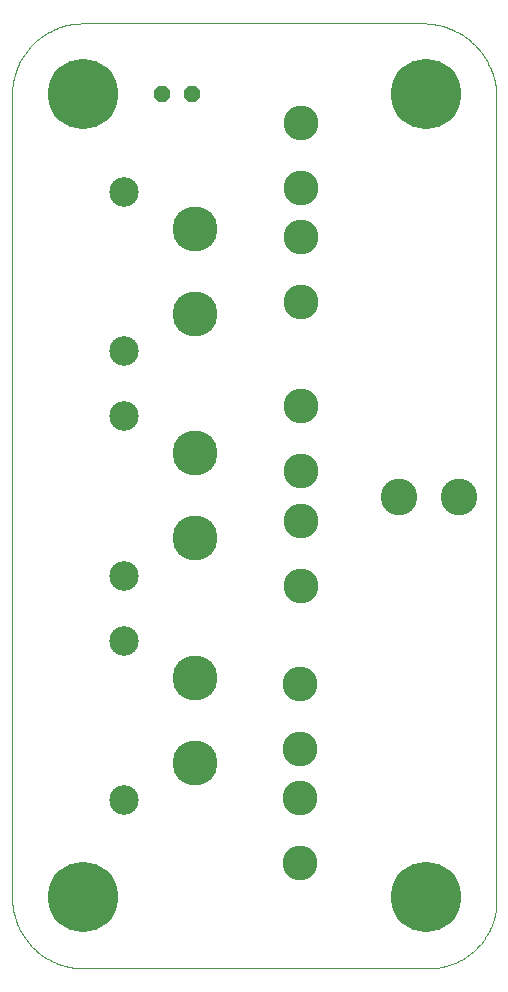
<source format=gbs>
G75*
%MOIN*%
%OFA0B0*%
%FSLAX25Y25*%
%IPPOS*%
%LPD*%
%AMOC8*
5,1,8,0,0,1.08239X$1,22.5*
%
%ADD10C,0.00000*%
%ADD11OC8,0.05200*%
%ADD12C,0.11620*%
%ADD13C,0.23400*%
%ADD14C,0.12211*%
%ADD15C,0.09849*%
%ADD16C,0.15030*%
D10*
X0001500Y0025122D02*
X0001500Y0292839D01*
X0001507Y0293410D01*
X0001528Y0293980D01*
X0001562Y0294550D01*
X0001610Y0295119D01*
X0001672Y0295686D01*
X0001748Y0296252D01*
X0001837Y0296816D01*
X0001940Y0297377D01*
X0002057Y0297936D01*
X0002186Y0298492D01*
X0002330Y0299045D01*
X0002486Y0299594D01*
X0002656Y0300139D01*
X0002839Y0300679D01*
X0003035Y0301215D01*
X0003244Y0301747D01*
X0003466Y0302273D01*
X0003700Y0302793D01*
X0003947Y0303308D01*
X0004206Y0303817D01*
X0004477Y0304319D01*
X0004761Y0304814D01*
X0005056Y0305303D01*
X0005363Y0305784D01*
X0005681Y0306258D01*
X0006011Y0306724D01*
X0006352Y0307181D01*
X0006705Y0307631D01*
X0007067Y0308071D01*
X0007441Y0308503D01*
X0007824Y0308926D01*
X0008218Y0309339D01*
X0008622Y0309743D01*
X0009035Y0310137D01*
X0009458Y0310520D01*
X0009890Y0310894D01*
X0010330Y0311256D01*
X0010780Y0311609D01*
X0011237Y0311950D01*
X0011703Y0312280D01*
X0012177Y0312598D01*
X0012658Y0312905D01*
X0013147Y0313200D01*
X0013642Y0313484D01*
X0014144Y0313755D01*
X0014653Y0314014D01*
X0015168Y0314261D01*
X0015688Y0314495D01*
X0016214Y0314717D01*
X0016746Y0314926D01*
X0017282Y0315122D01*
X0017822Y0315305D01*
X0018367Y0315475D01*
X0018916Y0315631D01*
X0019469Y0315775D01*
X0020025Y0315904D01*
X0020584Y0316021D01*
X0021145Y0316124D01*
X0021709Y0316213D01*
X0022275Y0316289D01*
X0022842Y0316351D01*
X0023411Y0316399D01*
X0023981Y0316433D01*
X0024551Y0316454D01*
X0025122Y0316461D01*
X0139295Y0316461D01*
X0139295Y0316460D02*
X0139890Y0316429D01*
X0140483Y0316384D01*
X0141075Y0316324D01*
X0141666Y0316250D01*
X0142254Y0316162D01*
X0142840Y0316060D01*
X0143424Y0315943D01*
X0144004Y0315813D01*
X0144582Y0315668D01*
X0145155Y0315510D01*
X0145725Y0315337D01*
X0146290Y0315151D01*
X0146851Y0314952D01*
X0147406Y0314739D01*
X0147957Y0314512D01*
X0148502Y0314273D01*
X0149040Y0314020D01*
X0149573Y0313754D01*
X0150099Y0313476D01*
X0150618Y0313184D01*
X0151129Y0312881D01*
X0151634Y0312565D01*
X0152130Y0312237D01*
X0152619Y0311897D01*
X0153099Y0311545D01*
X0153571Y0311182D01*
X0154033Y0310808D01*
X0154487Y0310423D01*
X0154930Y0310026D01*
X0155365Y0309619D01*
X0155789Y0309202D01*
X0156203Y0308775D01*
X0156607Y0308337D01*
X0157000Y0307891D01*
X0157382Y0307434D01*
X0157753Y0306969D01*
X0158112Y0306495D01*
X0158460Y0306012D01*
X0158796Y0305521D01*
X0159121Y0305022D01*
X0159433Y0304515D01*
X0159733Y0304001D01*
X0160020Y0303480D01*
X0160294Y0302952D01*
X0160556Y0302418D01*
X0160805Y0301877D01*
X0161041Y0301331D01*
X0161263Y0300779D01*
X0161472Y0300221D01*
X0161667Y0299659D01*
X0161849Y0299093D01*
X0162017Y0298522D01*
X0162171Y0297947D01*
X0162312Y0297369D01*
X0162438Y0296787D01*
X0162550Y0296203D01*
X0162648Y0295616D01*
X0162732Y0295026D01*
X0162801Y0294435D01*
X0162857Y0293843D01*
X0162897Y0293249D01*
X0162924Y0292655D01*
X0162936Y0292060D01*
X0162934Y0291465D01*
X0162917Y0290870D01*
X0162917Y0023154D01*
X0162918Y0023154D02*
X0162887Y0022607D01*
X0162844Y0022061D01*
X0162787Y0021517D01*
X0162717Y0020974D01*
X0162634Y0020432D01*
X0162538Y0019893D01*
X0162429Y0019357D01*
X0162307Y0018823D01*
X0162172Y0018292D01*
X0162024Y0017765D01*
X0161864Y0017241D01*
X0161691Y0016722D01*
X0161506Y0016207D01*
X0161308Y0015696D01*
X0161098Y0015190D01*
X0160875Y0014690D01*
X0160641Y0014195D01*
X0160395Y0013706D01*
X0160137Y0013223D01*
X0159867Y0012746D01*
X0159586Y0012276D01*
X0159294Y0011813D01*
X0158991Y0011357D01*
X0158676Y0010909D01*
X0158351Y0010468D01*
X0158016Y0010036D01*
X0157670Y0009611D01*
X0157314Y0009195D01*
X0156948Y0008788D01*
X0156572Y0008390D01*
X0156187Y0008001D01*
X0155792Y0007621D01*
X0155388Y0007251D01*
X0154976Y0006891D01*
X0154555Y0006541D01*
X0154125Y0006201D01*
X0153688Y0005872D01*
X0153243Y0005553D01*
X0152790Y0005245D01*
X0152330Y0004948D01*
X0151862Y0004663D01*
X0151388Y0004389D01*
X0150908Y0004126D01*
X0150421Y0003875D01*
X0149929Y0003636D01*
X0149430Y0003409D01*
X0148927Y0003194D01*
X0148418Y0002991D01*
X0147905Y0002800D01*
X0147387Y0002622D01*
X0146865Y0002457D01*
X0146339Y0002304D01*
X0145810Y0002164D01*
X0145277Y0002037D01*
X0144742Y0001923D01*
X0144204Y0001821D01*
X0143663Y0001733D01*
X0143121Y0001658D01*
X0142577Y0001596D01*
X0142032Y0001547D01*
X0141485Y0001511D01*
X0140938Y0001489D01*
X0140391Y0001479D01*
X0139843Y0001483D01*
X0139296Y0001500D01*
X0139295Y0001500D02*
X0025122Y0001500D01*
X0024551Y0001507D01*
X0023981Y0001528D01*
X0023411Y0001562D01*
X0022842Y0001610D01*
X0022275Y0001672D01*
X0021709Y0001748D01*
X0021145Y0001837D01*
X0020584Y0001940D01*
X0020025Y0002057D01*
X0019469Y0002186D01*
X0018916Y0002330D01*
X0018367Y0002486D01*
X0017822Y0002656D01*
X0017282Y0002839D01*
X0016746Y0003035D01*
X0016214Y0003244D01*
X0015688Y0003466D01*
X0015168Y0003700D01*
X0014653Y0003947D01*
X0014144Y0004206D01*
X0013642Y0004477D01*
X0013147Y0004761D01*
X0012658Y0005056D01*
X0012177Y0005363D01*
X0011703Y0005681D01*
X0011237Y0006011D01*
X0010780Y0006352D01*
X0010330Y0006705D01*
X0009890Y0007067D01*
X0009458Y0007441D01*
X0009035Y0007824D01*
X0008622Y0008218D01*
X0008218Y0008622D01*
X0007824Y0009035D01*
X0007441Y0009458D01*
X0007067Y0009890D01*
X0006705Y0010330D01*
X0006352Y0010780D01*
X0006011Y0011237D01*
X0005681Y0011703D01*
X0005363Y0012177D01*
X0005056Y0012658D01*
X0004761Y0013147D01*
X0004477Y0013642D01*
X0004206Y0014144D01*
X0003947Y0014653D01*
X0003700Y0015168D01*
X0003466Y0015688D01*
X0003244Y0016214D01*
X0003035Y0016746D01*
X0002839Y0017282D01*
X0002656Y0017822D01*
X0002486Y0018367D01*
X0002330Y0018916D01*
X0002186Y0019469D01*
X0002057Y0020025D01*
X0001940Y0020584D01*
X0001837Y0021145D01*
X0001748Y0021709D01*
X0001672Y0022275D01*
X0001610Y0022842D01*
X0001562Y0023411D01*
X0001528Y0023981D01*
X0001507Y0024551D01*
X0001500Y0025122D01*
D11*
X0051618Y0292839D03*
X0061618Y0292839D03*
D12*
X0097957Y0283390D03*
X0097957Y0261736D03*
X0097957Y0245201D03*
X0097957Y0223547D03*
X0097957Y0188902D03*
X0097957Y0167248D03*
X0097957Y0150713D03*
X0097957Y0129059D03*
X0097524Y0096421D03*
X0097524Y0074768D03*
X0097524Y0058232D03*
X0097524Y0036579D03*
D13*
X0139295Y0025122D03*
X0025122Y0025122D03*
X0025122Y0292839D03*
X0139295Y0292839D03*
D14*
X0130555Y0158626D03*
X0150555Y0158626D03*
D15*
X0038902Y0132406D03*
X0038902Y0110752D03*
X0038902Y0057602D03*
X0038902Y0185555D03*
X0038902Y0207209D03*
X0038902Y0260358D03*
D16*
X0062524Y0247957D03*
X0062524Y0219610D03*
X0062524Y0173154D03*
X0062524Y0144807D03*
X0062524Y0098350D03*
X0062524Y0070004D03*
M02*

</source>
